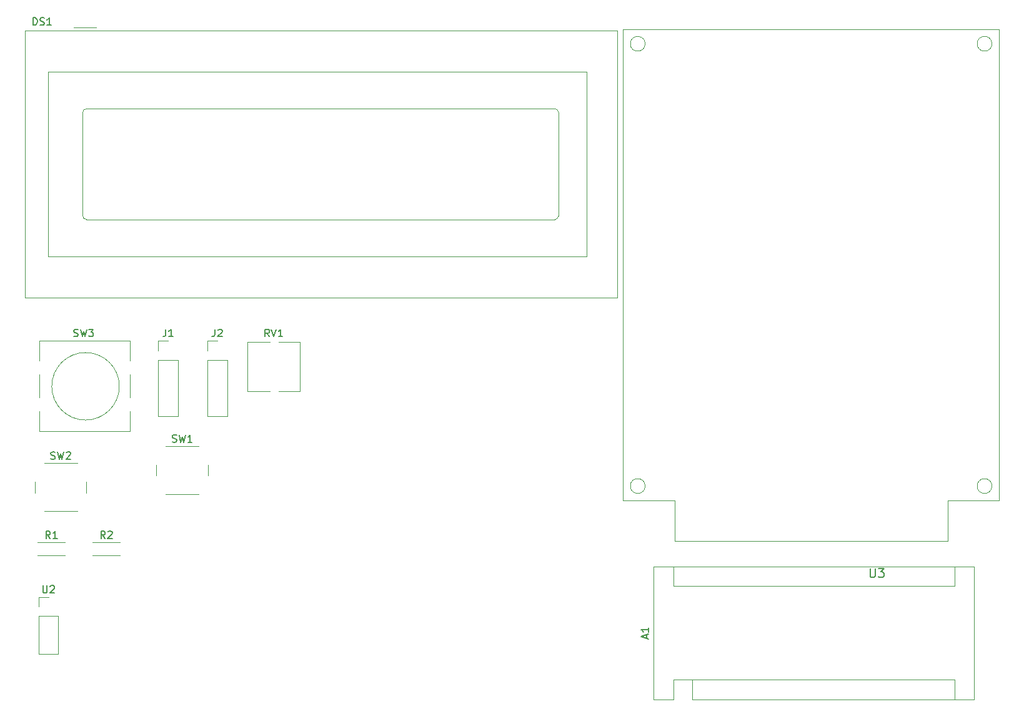
<source format=gbr>
G04 #@! TF.FileFunction,Legend,Top*
%FSLAX46Y46*%
G04 Gerber Fmt 4.6, Leading zero omitted, Abs format (unit mm)*
G04 Created by KiCad (PCBNEW 4.0.7) date 03/05/18 15:50:36*
%MOMM*%
%LPD*%
G01*
G04 APERTURE LIST*
%ADD10C,0.100000*%
%ADD11C,0.120000*%
%ADD12C,0.050000*%
%ADD13C,0.150000*%
G04 APERTURE END LIST*
D10*
D11*
X125603000Y-137922000D02*
X123063000Y-137922000D01*
X123063000Y-137922000D02*
X123063000Y-140592000D01*
X125603000Y-140592000D02*
X163833000Y-140592000D01*
X120393000Y-140592000D02*
X123063000Y-140592000D01*
X123063000Y-125222000D02*
X123063000Y-122552000D01*
X123063000Y-125222000D02*
X161163000Y-125222000D01*
X161163000Y-125222000D02*
X161163000Y-122552000D01*
X125603000Y-137922000D02*
X125603000Y-140592000D01*
X125603000Y-137922000D02*
X161163000Y-137922000D01*
X161163000Y-137922000D02*
X161163000Y-140592000D01*
X163833000Y-140592000D02*
X163833000Y-122552000D01*
X163833000Y-122552000D02*
X120393000Y-122552000D01*
X120393000Y-122552000D02*
X120393000Y-140592000D01*
X35167000Y-86091000D02*
X115447000Y-86091000D01*
X115447000Y-86091000D02*
X115447000Y-49811000D01*
X115447000Y-49811000D02*
X35967000Y-49811000D01*
X35167000Y-49811000D02*
X35167000Y-86091000D01*
X35177000Y-49811000D02*
X35967000Y-49811000D01*
X41807000Y-49451000D02*
X44807000Y-49451000D01*
X43507000Y-60451000D02*
X107007000Y-60451000D01*
X43007280Y-74950320D02*
X43007280Y-60951000D01*
X107007660Y-75451000D02*
X43507000Y-75451000D01*
X107507000Y-60951000D02*
X107507000Y-74951000D01*
X107507000Y-60951000D02*
G75*
G03X107007000Y-60451000I-500000J0D01*
G01*
X107007660Y-75450700D02*
G75*
G03X107508040Y-74950320I0J500380D01*
G01*
X43007280Y-74950320D02*
G75*
G03X43507660Y-75450700I500380J0D01*
G01*
X43507660Y-60449460D02*
G75*
G03X43007280Y-60949840I0J-500380D01*
G01*
X38307000Y-55451000D02*
X111307000Y-55451000D01*
X111307000Y-55451000D02*
X111307000Y-80451000D01*
X111307000Y-80451000D02*
X38307000Y-80451000D01*
X38307000Y-80451000D02*
X38307000Y-55451000D01*
X53249143Y-102178000D02*
X55909143Y-102178000D01*
X53249143Y-94498000D02*
X53249143Y-102178000D01*
X55909143Y-94498000D02*
X55909143Y-102178000D01*
X53249143Y-94498000D02*
X55909143Y-94498000D01*
X53249143Y-93228000D02*
X53249143Y-91898000D01*
X53249143Y-91898000D02*
X54579143Y-91898000D01*
X59930572Y-102178000D02*
X62590572Y-102178000D01*
X59930572Y-94498000D02*
X59930572Y-102178000D01*
X62590572Y-94498000D02*
X62590572Y-102178000D01*
X59930572Y-94498000D02*
X62590572Y-94498000D01*
X59930572Y-93228000D02*
X59930572Y-91898000D01*
X59930572Y-91898000D02*
X61260572Y-91898000D01*
X36907001Y-119288000D02*
X40627001Y-119288000D01*
X36907001Y-121008000D02*
X40627001Y-121008000D01*
X44357001Y-119288000D02*
X48077001Y-119288000D01*
X44357001Y-121008000D02*
X48077001Y-121008000D01*
X65337001Y-92088000D02*
X68346001Y-92088000D01*
X69568001Y-92088000D02*
X72457001Y-92088000D01*
X65337001Y-98808000D02*
X68346001Y-98808000D01*
X69568001Y-98808000D02*
X72457001Y-98808000D01*
X65337001Y-92088000D02*
X65337001Y-98808000D01*
X72457001Y-92088000D02*
X72457001Y-98808000D01*
X54247001Y-112728000D02*
X58747001Y-112728000D01*
X52997001Y-108728000D02*
X52997001Y-110228000D01*
X58747001Y-106228000D02*
X54247001Y-106228000D01*
X59997001Y-110228000D02*
X59997001Y-108728000D01*
X37777001Y-115038000D02*
X42277001Y-115038000D01*
X36527001Y-111038000D02*
X36527001Y-112538000D01*
X42277001Y-108538000D02*
X37777001Y-108538000D01*
X43527001Y-112538000D02*
X43527001Y-111038000D01*
X37147001Y-91908000D02*
X49447001Y-91908000D01*
X49447001Y-96488000D02*
X49447001Y-99628000D01*
X49447001Y-104208000D02*
X37147001Y-104208000D01*
X37147001Y-94628000D02*
X37147001Y-91908000D01*
X47976051Y-98098000D02*
G75*
G03X47976051Y-98098000I-4579050J0D01*
G01*
X37147001Y-104208000D02*
X37147001Y-101488000D01*
X37147001Y-99628000D02*
X37147001Y-96488000D01*
X49447001Y-101488000D02*
X49447001Y-104208000D01*
X49447001Y-91908000D02*
X49447001Y-94628000D01*
X37041048Y-134428000D02*
X39701048Y-134428000D01*
X37041048Y-129288000D02*
X37041048Y-134428000D01*
X39701048Y-129288000D02*
X39701048Y-134428000D01*
X37041048Y-129288000D02*
X39701048Y-129288000D01*
X37041048Y-128018000D02*
X37041048Y-126688000D01*
X37041048Y-126688000D02*
X38371048Y-126688000D01*
D12*
X119227001Y-51628001D02*
G75*
G03X119227001Y-51628001I-1000000J0D01*
G01*
X119227001Y-111628001D02*
G75*
G03X119227001Y-111628001I-1000000J0D01*
G01*
X166227001Y-111628001D02*
G75*
G03X166227001Y-111628001I-1000000J0D01*
G01*
X166227001Y-51628001D02*
G75*
G03X166227001Y-51628001I-1000000J0D01*
G01*
X141727001Y-119128001D02*
X160227001Y-119128001D01*
X160227001Y-119128001D02*
X160227001Y-113628001D01*
X160227001Y-113628001D02*
X167227001Y-113628001D01*
X167227001Y-113628001D02*
X167227001Y-49628001D01*
X167227001Y-49628001D02*
X116227001Y-49628001D01*
X116227001Y-49628001D02*
X116227001Y-113628001D01*
X116227001Y-113628001D02*
X123227001Y-113628001D01*
X141727001Y-119128001D02*
X123227001Y-119128001D01*
X123227001Y-119128001D02*
X123227001Y-113628001D01*
D13*
X119419667Y-132286286D02*
X119419667Y-131810095D01*
X119705381Y-132381524D02*
X118705381Y-132048191D01*
X119705381Y-131714857D01*
X119705381Y-130857714D02*
X119705381Y-131429143D01*
X119705381Y-131143429D02*
X118705381Y-131143429D01*
X118848238Y-131238667D01*
X118943476Y-131333905D01*
X118991095Y-131429143D01*
X36272714Y-49093381D02*
X36272714Y-48093381D01*
X36510809Y-48093381D01*
X36653667Y-48141000D01*
X36748905Y-48236238D01*
X36796524Y-48331476D01*
X36844143Y-48521952D01*
X36844143Y-48664810D01*
X36796524Y-48855286D01*
X36748905Y-48950524D01*
X36653667Y-49045762D01*
X36510809Y-49093381D01*
X36272714Y-49093381D01*
X37225095Y-49045762D02*
X37367952Y-49093381D01*
X37606048Y-49093381D01*
X37701286Y-49045762D01*
X37748905Y-48998143D01*
X37796524Y-48902905D01*
X37796524Y-48807667D01*
X37748905Y-48712429D01*
X37701286Y-48664810D01*
X37606048Y-48617190D01*
X37415571Y-48569571D01*
X37320333Y-48521952D01*
X37272714Y-48474333D01*
X37225095Y-48379095D01*
X37225095Y-48283857D01*
X37272714Y-48188619D01*
X37320333Y-48141000D01*
X37415571Y-48093381D01*
X37653667Y-48093381D01*
X37796524Y-48141000D01*
X38748905Y-49093381D02*
X38177476Y-49093381D01*
X38463190Y-49093381D02*
X38463190Y-48093381D01*
X38367952Y-48236238D01*
X38272714Y-48331476D01*
X38177476Y-48379095D01*
X54245810Y-90350381D02*
X54245810Y-91064667D01*
X54198190Y-91207524D01*
X54102952Y-91302762D01*
X53960095Y-91350381D01*
X53864857Y-91350381D01*
X55245810Y-91350381D02*
X54674381Y-91350381D01*
X54960095Y-91350381D02*
X54960095Y-90350381D01*
X54864857Y-90493238D01*
X54769619Y-90588476D01*
X54674381Y-90636095D01*
X60927239Y-90350381D02*
X60927239Y-91064667D01*
X60879619Y-91207524D01*
X60784381Y-91302762D01*
X60641524Y-91350381D01*
X60546286Y-91350381D01*
X61355810Y-90445619D02*
X61403429Y-90398000D01*
X61498667Y-90350381D01*
X61736763Y-90350381D01*
X61832001Y-90398000D01*
X61879620Y-90445619D01*
X61927239Y-90540857D01*
X61927239Y-90636095D01*
X61879620Y-90778952D01*
X61308191Y-91350381D01*
X61927239Y-91350381D01*
X38600335Y-118740381D02*
X38267001Y-118264190D01*
X38028906Y-118740381D02*
X38028906Y-117740381D01*
X38409859Y-117740381D01*
X38505097Y-117788000D01*
X38552716Y-117835619D01*
X38600335Y-117930857D01*
X38600335Y-118073714D01*
X38552716Y-118168952D01*
X38505097Y-118216571D01*
X38409859Y-118264190D01*
X38028906Y-118264190D01*
X39552716Y-118740381D02*
X38981287Y-118740381D01*
X39267001Y-118740381D02*
X39267001Y-117740381D01*
X39171763Y-117883238D01*
X39076525Y-117978476D01*
X38981287Y-118026095D01*
X46050335Y-118740381D02*
X45717001Y-118264190D01*
X45478906Y-118740381D02*
X45478906Y-117740381D01*
X45859859Y-117740381D01*
X45955097Y-117788000D01*
X46002716Y-117835619D01*
X46050335Y-117930857D01*
X46050335Y-118073714D01*
X46002716Y-118168952D01*
X45955097Y-118216571D01*
X45859859Y-118264190D01*
X45478906Y-118264190D01*
X46431287Y-117835619D02*
X46478906Y-117788000D01*
X46574144Y-117740381D01*
X46812240Y-117740381D01*
X46907478Y-117788000D01*
X46955097Y-117835619D01*
X47002716Y-117930857D01*
X47002716Y-118026095D01*
X46955097Y-118168952D01*
X46383668Y-118740381D01*
X47002716Y-118740381D01*
X68301763Y-91350381D02*
X67968429Y-90874190D01*
X67730334Y-91350381D02*
X67730334Y-90350381D01*
X68111287Y-90350381D01*
X68206525Y-90398000D01*
X68254144Y-90445619D01*
X68301763Y-90540857D01*
X68301763Y-90683714D01*
X68254144Y-90778952D01*
X68206525Y-90826571D01*
X68111287Y-90874190D01*
X67730334Y-90874190D01*
X68587477Y-90350381D02*
X68920810Y-91350381D01*
X69254144Y-90350381D01*
X70111287Y-91350381D02*
X69539858Y-91350381D01*
X69825572Y-91350381D02*
X69825572Y-90350381D01*
X69730334Y-90493238D01*
X69635096Y-90588476D01*
X69539858Y-90636095D01*
X55163668Y-105632762D02*
X55306525Y-105680381D01*
X55544621Y-105680381D01*
X55639859Y-105632762D01*
X55687478Y-105585143D01*
X55735097Y-105489905D01*
X55735097Y-105394667D01*
X55687478Y-105299429D01*
X55639859Y-105251810D01*
X55544621Y-105204190D01*
X55354144Y-105156571D01*
X55258906Y-105108952D01*
X55211287Y-105061333D01*
X55163668Y-104966095D01*
X55163668Y-104870857D01*
X55211287Y-104775619D01*
X55258906Y-104728000D01*
X55354144Y-104680381D01*
X55592240Y-104680381D01*
X55735097Y-104728000D01*
X56068430Y-104680381D02*
X56306525Y-105680381D01*
X56497002Y-104966095D01*
X56687478Y-105680381D01*
X56925573Y-104680381D01*
X57830335Y-105680381D02*
X57258906Y-105680381D01*
X57544620Y-105680381D02*
X57544620Y-104680381D01*
X57449382Y-104823238D01*
X57354144Y-104918476D01*
X57258906Y-104966095D01*
X38693668Y-107942762D02*
X38836525Y-107990381D01*
X39074621Y-107990381D01*
X39169859Y-107942762D01*
X39217478Y-107895143D01*
X39265097Y-107799905D01*
X39265097Y-107704667D01*
X39217478Y-107609429D01*
X39169859Y-107561810D01*
X39074621Y-107514190D01*
X38884144Y-107466571D01*
X38788906Y-107418952D01*
X38741287Y-107371333D01*
X38693668Y-107276095D01*
X38693668Y-107180857D01*
X38741287Y-107085619D01*
X38788906Y-107038000D01*
X38884144Y-106990381D01*
X39122240Y-106990381D01*
X39265097Y-107038000D01*
X39598430Y-106990381D02*
X39836525Y-107990381D01*
X40027002Y-107276095D01*
X40217478Y-107990381D01*
X40455573Y-106990381D01*
X40788906Y-107085619D02*
X40836525Y-107038000D01*
X40931763Y-106990381D01*
X41169859Y-106990381D01*
X41265097Y-107038000D01*
X41312716Y-107085619D01*
X41360335Y-107180857D01*
X41360335Y-107276095D01*
X41312716Y-107418952D01*
X40741287Y-107990381D01*
X41360335Y-107990381D01*
X41793668Y-91302762D02*
X41936525Y-91350381D01*
X42174621Y-91350381D01*
X42269859Y-91302762D01*
X42317478Y-91255143D01*
X42365097Y-91159905D01*
X42365097Y-91064667D01*
X42317478Y-90969429D01*
X42269859Y-90921810D01*
X42174621Y-90874190D01*
X41984144Y-90826571D01*
X41888906Y-90778952D01*
X41841287Y-90731333D01*
X41793668Y-90636095D01*
X41793668Y-90540857D01*
X41841287Y-90445619D01*
X41888906Y-90398000D01*
X41984144Y-90350381D01*
X42222240Y-90350381D01*
X42365097Y-90398000D01*
X42698430Y-90350381D02*
X42936525Y-91350381D01*
X43127002Y-90636095D01*
X43317478Y-91350381D01*
X43555573Y-90350381D01*
X43841287Y-90350381D02*
X44460335Y-90350381D01*
X44127001Y-90731333D01*
X44269859Y-90731333D01*
X44365097Y-90778952D01*
X44412716Y-90826571D01*
X44460335Y-90921810D01*
X44460335Y-91159905D01*
X44412716Y-91255143D01*
X44365097Y-91302762D01*
X44269859Y-91350381D01*
X43984144Y-91350381D01*
X43888906Y-91302762D01*
X43841287Y-91255143D01*
X37609143Y-125140381D02*
X37609143Y-125949905D01*
X37656762Y-126045143D01*
X37704381Y-126092762D01*
X37799619Y-126140381D01*
X37990096Y-126140381D01*
X38085334Y-126092762D01*
X38132953Y-126045143D01*
X38180572Y-125949905D01*
X38180572Y-125140381D01*
X38609143Y-125235619D02*
X38656762Y-125188000D01*
X38752000Y-125140381D01*
X38990096Y-125140381D01*
X39085334Y-125188000D01*
X39132953Y-125235619D01*
X39180572Y-125330857D01*
X39180572Y-125426095D01*
X39132953Y-125568952D01*
X38561524Y-126140381D01*
X39180572Y-126140381D01*
X149702715Y-122820858D02*
X149702715Y-123792287D01*
X149759858Y-123906572D01*
X149817001Y-123963715D01*
X149931287Y-124020858D01*
X150159858Y-124020858D01*
X150274144Y-123963715D01*
X150331287Y-123906572D01*
X150388430Y-123792287D01*
X150388430Y-122820858D01*
X150845573Y-122820858D02*
X151588430Y-122820858D01*
X151188430Y-123278001D01*
X151359858Y-123278001D01*
X151474144Y-123335144D01*
X151531287Y-123392287D01*
X151588430Y-123506572D01*
X151588430Y-123792287D01*
X151531287Y-123906572D01*
X151474144Y-123963715D01*
X151359858Y-124020858D01*
X151017001Y-124020858D01*
X150902715Y-123963715D01*
X150845573Y-123906572D01*
M02*

</source>
